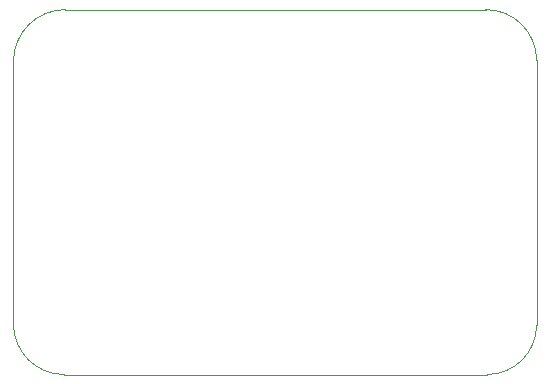
<source format=gbr>
%TF.GenerationSoftware,KiCad,Pcbnew,8.0.5*%
%TF.CreationDate,2025-01-05T00:34:36+01:00*%
%TF.ProjectId,my_Project1,6d795f50-726f-46a6-9563-74312e6b6963,rev?*%
%TF.SameCoordinates,Original*%
%TF.FileFunction,Profile,NP*%
%FSLAX46Y46*%
G04 Gerber Fmt 4.6, Leading zero omitted, Abs format (unit mm)*
G04 Created by KiCad (PCBNEW 8.0.5) date 2025-01-05 00:34:36*
%MOMM*%
%LPD*%
G01*
G04 APERTURE LIST*
%TA.AperFunction,Profile*%
%ADD10C,0.050000*%
%TD*%
G04 APERTURE END LIST*
D10*
X98100000Y-63300000D02*
G75*
G02*
X102400000Y-67600000I0J-4300000D01*
G01*
X102400000Y-90000000D02*
G75*
G02*
X98200000Y-94200000I-4200000J0D01*
G01*
X62400000Y-94201162D02*
G75*
G02*
X58098838Y-89900000I0J4301162D01*
G01*
X58100000Y-67700000D02*
G75*
G02*
X62500000Y-63300000I4400000J0D01*
G01*
X62500000Y-63300000D02*
X98100000Y-63300000D01*
X58100000Y-89900000D02*
X58100000Y-67700000D01*
X98200000Y-94200000D02*
X62400000Y-94200000D01*
X102400000Y-67600000D02*
X102400000Y-90000000D01*
M02*

</source>
